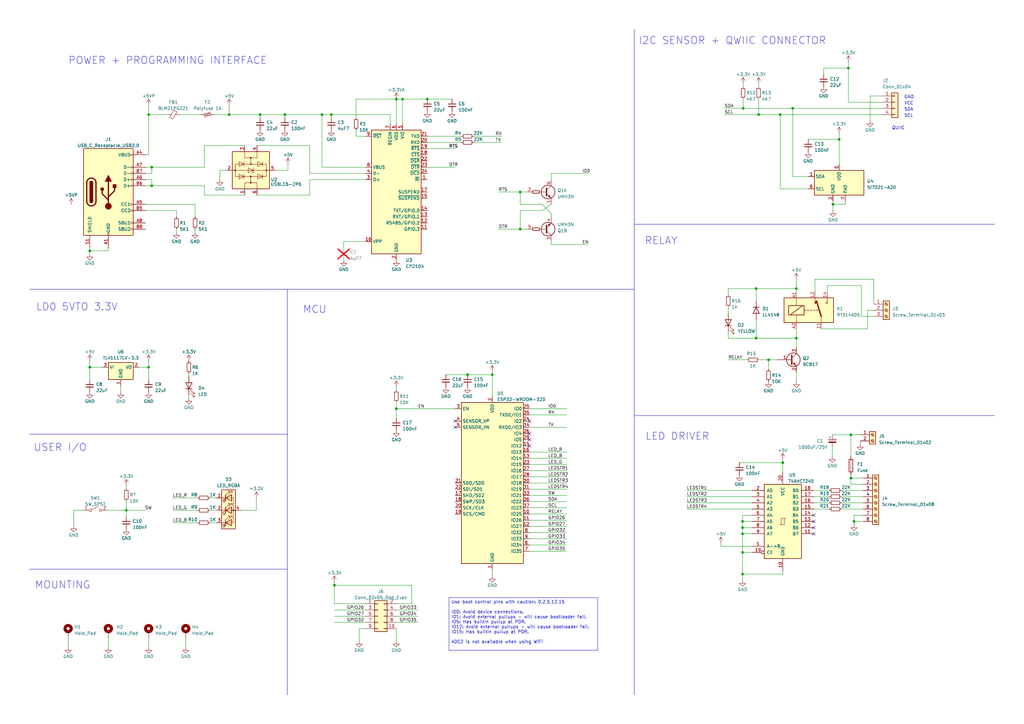
<source format=kicad_sch>
(kicad_sch (version 20230121) (generator eeschema)
  (paper "A3")
  (title_block (title "iot-thing board") (date "2024-11-10") (rev "1.0") (company "made by Firoz"))
  (lib_symbols
    (symbol "74xx:74HC245" (pin_names (offset 1.016))
      (property "Reference" "U" (at -7.62 16.51 0))
      (property "Value" "74HC245" (at -7.62 -16.51 0))
      (symbol "74HC245_1_0"
        (pin input line (at -12.7 -10.16 0) (length 5.08) (name "A->B") (number "1"))
        (pin power_in line (at 0 -20.32 90) (length 5.08) (name "GND") (number "10"))
        (pin tri_state line (at 12.7 -5.08 180) (length 5.08) (name "B7") (number "11"))
        (pin tri_state line (at 12.7 -2.54 180) (length 5.08) (name "B6") (number "12"))
        (pin tri_state line (at 12.7 0 180) (length 5.08) (name "B5") (number "13"))
        (pin tri_state line (at 12.7 2.54 180) (length 5.08) (name "B4") (number "14"))
        (pin tri_state line (at 12.7 5.08 180) (length 5.08) (name "B3") (number "15"))
        (pin tri_state line (at 12.7 7.62 180) (length 5.08) (name "B2") (number "16"))
        (pin tri_state line (at 12.7 10.16 180) (length 5.08) (name "B1") (number "17"))
        (pin tri_state line (at 12.7 12.7 180) (length 5.08) (name "B0") (number "18"))
        (pin input inverted (at -12.7 -12.7 0) (length 5.08) (name "CE") (number "19"))
        (pin tri_state line (at -12.7 12.7 0) (length 5.08) (name "A0") (number "2"))
        (pin power_in line (at 0 20.32 270) (length 5.08) (name "VCC") (number "20"))
        (pin tri_state line (at -12.7 10.16 0) (length 5.08) (name "A1") (number "3"))
        (pin tri_state line (at -12.7 7.62 0) (length 5.08) (name "A2") (number "4"))
        (pin tri_state line (at -12.7 5.08 0) (length 5.08) (name "A3") (number "5"))
        (pin tri_state line (at -12.7 2.54 0) (length 5.08) (name "A4") (number "6"))
        (pin tri_state line (at -12.7 0 0) (length 5.08) (name "A5") (number "7"))
        (pin tri_state line (at -12.7 -2.54 0) (length 5.08) (name "A6") (number "8"))
        (pin tri_state line (at -12.7 -5.08 0) (length 5.08) (name "A7") (number "9"))
      )
    )
    (symbol "Connector:Screw_Terminal_01x02" (pin_names (offset 1.016) hide)
      (property "Reference" "J" (at 0 2.54 0))
      (property "Value" "Screw_Terminal_01x02" (at 0 -5.08 0))
      (symbol "Screw_Terminal_01x02_1_1"
        (pin passive line (at -5.08 0 0) (length 3.81) (name "Pin_1") (number "1"))
        (pin passive line (at -5.08 -2.54 0) (length 3.81) (name "Pin_2") (number "2"))
      )
    )
    (symbol "Connector:Screw_Terminal_01x03" (pin_names (offset 1.016) hide)
      (property "Reference" "J" (at 0 5.08 0))
      (property "Value" "Screw_Terminal_01x03" (at 0 -5.08 0))
      (symbol "Screw_Terminal_01x03_1_1"
        (pin passive line (at -5.08 2.54 0) (length 3.81) (name "Pin_1") (number "1"))
        (pin passive line (at -5.08 0 0) (length 3.81) (name "Pin_2") (number "2"))
        (pin passive line (at -5.08 -2.54 0) (length 3.81) (name "Pin_3") (number "3"))
      )
    )
    (symbol "Connector:Screw_Terminal_01x08" (pin_names (offset 1.016) hide)
      (property "Reference" "J" (at 0 10.16 0))
      (property "Value" "Screw_Terminal_01x08" (at 0 -12.7 0))
      (symbol "Screw_Terminal_01x08_1_1"
        (pin passive line (at -5.08 7.62 0) (length 3.81) (name "Pin_1") (number "1"))
        (pin passive line (at -5.08 5.08 0) (length 3.81) (name "Pin_2") (number "2"))
        (pin passive line (at -5.08 2.54 0) (length 3.81) (name "Pin_3") (number "3"))
        (pin passive line (at -5.08 0 0) (length 3.81) (name "Pin_4") (number "4"))
        (pin passive line (at -5.08 -2.54 0) (length 3.81) (name "Pin_5") (number "5"))
        (pin passive line (at -5.08 -5.08 0) (length 3.81) (name "Pin_6") (number "6"))
        (pin passive line (at -5.08 -7.62 0) (length 3.81) (name "Pin_7") (number "7"))
        (pin passive line (at -5.08 -10.16 0) (length 3.81) (name "Pin_8") (number "8"))
      )
    )
    (symbol "Connector:USB_C_Receptacle_USB2.0" (pin_names (offset 1.016))
      (property "Reference" "J1" (at 0 21.59 0))
      (property "Value" "USB_C_Receptacle_USB2.0" (at 0 19.05 0))
      (symbol "USB_C_Receptacle_USB2.0_1_1"
        (pin passive line (at 0 -22.86 90) (length 5.08) (name "GND") (number "A1"))
        (pin passive line (at 0 -22.86 90) (length 5.08) hide (name "GND") (number "A12"))
        (pin passive line (at 15.24 15.24 180) (length 5.08) (name "VBUS") (number "A4"))
        (pin bidirectional line (at 15.24 -5.08 180) (length 5.08) (name "CC1") (number "A5"))
        (pin bidirectional line (at 15.24 5.08 180) (length 5.08) (name "D+") (number "A6"))
        (pin bidirectional line (at 15.24 10.16 180) (length 5.08) (name "D-") (number "A7"))
        (pin bidirectional line (at 15.24 -12.7 180) (length 5.08) (name "SBU1") (number "A8"))
        (pin passive line (at 15.24 15.24 180) (length 5.08) hide (name "VBUS") (number "A9"))
        (pin passive line (at 0 -22.86 90) (length 5.08) hide (name "GND") (number "B1"))
        (pin passive line (at 0 -22.86 90) (length 5.08) hide (name "GND") (number "B12"))
        (pin passive line (at 15.24 15.24 180) (length 5.08) hide (name "VBUS") (number "B4"))
        (pin bidirectional line (at 15.24 -7.62 180) (length 5.08) (name "CC2") (number "B5"))
        (pin bidirectional line (at 15.24 2.54 180) (length 5.08) (name "D+") (number "B6"))
        (pin bidirectional line (at 15.24 7.62 180) (length 5.08) (name "D-") (number "B7"))
        (pin bidirectional line (at 15.24 -15.24 180) (length 5.08) (name "SBU2") (number "B8"))
        (pin passive line (at 15.24 15.24 180) (length 5.08) hide (name "VBUS") (number "B9"))
        (pin passive line (at -7.62 -22.86 90) (length 5.08) (name "SHIELD") (number "S1"))
      )
    )
    (symbol "Connector_Generic:Conn_01x04" (pin_names (offset 1.016) hide)
      (property "Reference" "J" (at 0 5.08 0))
      (property "Value" "Conn_01x04" (at 0 -7.62 0))
      (symbol "Conn_01x04_1_1"
        (pin passive line (at -5.08 2.54 0) (length 3.81) (name "Pin_1") (number "1"))
        (pin passive line (at -5.08 0 0) (length 3.81) (name "Pin_2") (number "2"))
        (pin passive line (at -5.08 -2.54 0) (length 3.81) (name "Pin_3") (number "3"))
        (pin passive line (at -5.08 -5.08 0) (length 3.81) (name "Pin_4") (number "4"))
      )
    )
    (symbol "Connector_Generic:Conn_02x05_Odd_Even" (pin_names (offset 1.016) hide)
      (property "Reference" "J" (at 1.27 7.62 0))
      (property "Value" "Conn_02x05_Odd_Even" (at 1.27 -7.62 0))
      (symbol "Conn_02x05_Odd_Even_1_1"
        (pin passive line (at -5.08 5.08 0) (length 3.81) (name "Pin_1") (number "1"))
        (pin passive line (at 7.62 -5.08 180) (length 3.81) (name "Pin_10") (number "10"))
        (pin passive line (at 7.62 5.08 180) (length 3.81) (name "Pin_2") (number "2"))
        (pin passive line (at -5.08 2.54 0) (length 3.81) (name "Pin_3") (number "3"))
        (pin passive line (at 7.62 2.54 180) (length 3.81) (name "Pin_4") (number "4"))
        (pin passive line (at -5.08 0 0) (length 3.81) (name "Pin_5") (number "5"))
        (pin passive line (at 7.62 0 180) (length 3.81) (name "Pin_6") (number "6"))
        (pin passive line (at -5.08 -2.54 0) (length 3.81) (name "Pin_7") (number "7"))
        (pin passive line (at 7.62 -2.54 180) (length 3.81) (name "Pin_8") (number "8"))
        (pin passive line (at -5.08 -5.08 0) (length 3.81) (name "Pin_9") (number "9"))
      )
    )
    (symbol "Device:C_Polarized_Small" (pin_numbers hide) (pin_names (offset 0.254) hide)
      (property "Reference" "C" (at 0.254 1.778 0))
      (property "Value" "C_Polarized_Small" (at 0.254 -2.032 0))
      (symbol "C_Polarized_Small_1_1"
        (pin passive line (at 0 2.54 270) (length 1.8542) (name "~") (number "1"))
        (pin passive line (at 0 -2.54 90) (length 1.8542) (name "~") (number "2"))
      )
    )
    (symbol "Device:C_Small" (pin_numbers hide) (pin_names (offset 0.254) hide)
      (property "Reference" "C" (at 0.254 1.778 0))
      (property "Value" "C_Small" (at 0.254 -2.032 0))
      (symbol "C_Small_1_1"
        (pin passive line (at 0 2.54 270) (length 2.032) (name "~") (number "1"))
        (pin passive line (at 0 -2.54 90) (length 2.032) (name "~") (number "2"))
      )
    )
    (symbol "Device:FerriteBead_Small" (pin_numbers hide) (pin_names (offset 0))
      (property "Reference" "FB" (at 1.905 1.27 0))
      (property "Value" "FerriteBead_Small" (at 1.905 -1.27 0))
      (symbol "FerriteBead_Small_1_1"
        (pin passive line (at 0 2.54 270) (length 1.27) (name "~") (number "1"))
        (pin passive line (at 0 -2.54 90) (length 1.27) (name "~") (number "2"))
      )
    )
    (symbol "Device:Fuse" (pin_numbers hide) (pin_names (offset 0))
      (property "Reference" "F" (at 2.032 0 90))
      (property "Value" "Fuse" (at -1.905 0 90))
      (symbol "Fuse_1_1"
        (pin passive line (at 0 3.81 270) (length 1.27) (name "~") (number "1"))
        (pin passive line (at 0 -3.81 90) (length 1.27) (name "~") (number "2"))
      )
    )
    (symbol "Device:LED" (pin_numbers hide) (pin_names (offset 1.016) hide)
      (property "Reference" "D" (at 0 2.54 0))
      (property "Value" "LED" (at 0 -2.54 0))
      (symbol "LED_1_1"
        (pin passive line (at -3.81 0 0) (length 2.54) (name "K") (number "1"))
        (pin passive line (at 3.81 0 180) (length 2.54) (name "A") (number "2"))
      )
    )
    (symbol "Device:LED_RGBA" (pin_names (offset 0) hide)
      (property "Reference" "D" (at 0 9.398 0))
      (property "Value" "LED_RGBA" (at 0 -8.89 0))
      (symbol "LED_RGBA_0_0"
        (text "B" (at -1.905 -6.35 0) (effects (font (size 1.27 1.27))))
        (text "G" (at -1.905 -1.27 0) (effects (font (size 1.27 1.27))))
        (text "R" (at -1.905 3.81 0) (effects (font (size 1.27 1.27))))
      )
      (symbol "LED_RGBA_1_1"
        (pin passive line (at -5.08 5.08 0) (length 2.54) (name "RK") (number "1"))
        (pin passive line (at -5.08 0 0) (length 2.54) (name "GK") (number "2"))
        (pin passive line (at -5.08 -5.08 0) (length 2.54) (name "BK") (number "3"))
        (pin passive line (at 5.08 0 180) (length 2.54) (name "A") (number "4"))
      )
    )
    (symbol "Device:Polyfuse_Small" (pin_numbers hide) (pin_names (offset 0))
      (property "Reference" "F" (at -1.905 0 90))
      (property "Value" "Polyfuse_Small" (at 1.905 0 90))
      (symbol "Polyfuse_Small_1_1"
        (pin passive line (at 0 2.54 270) (length 0.635) (name "~") (number "1"))
        (pin passive line (at 0 -2.54 90) (length 0.635) (name "~") (number "2"))
      )
    )
    (symbol "Device:R_Small" (pin_numbers hide) (pin_names (offset 0.254) hide)
      (property "Reference" "R" (at 0.762 0.508 0))
      (property "Value" "R_Small" (at 0.762 -1.016 0))
      (symbol "R_Small_1_1"
        (pin passive line (at 0 2.54 270) (length 0.762) (name "~") (number "1"))
        (pin passive line (at 0 -2.54 90) (length 0.762) (name "~") (number "2"))
      )
    )
    (symbol "Diode:LL4148" (pin_numbers hide) (pin_names hide)
      (property "Reference" "D" (at 0 2.54 0))
      (property "Value" "LL4148" (at 0 -2.54 0))
      (symbol "LL4148_1_1"
        (pin passive line (at -3.81 0 0) (length 2.54) (name "K") (number "1"))
        (pin passive line (at 3.81 0 180) (length 2.54) (name "A") (number "2"))
      )
    )
    (symbol "Interface_USB:CP2104"
      (property "Reference" "U" (at -5.08 28.575 0))
      (property "Value" "CP2104" (at -5.08 26.67 0))
      (symbol "CP2104_1_1"
        (pin input line (at 12.7 5.08 180) (length 2.54) (name "~{RI}") (number "1"))
        (pin no_connect line (at 10.16 -20.32 180) (length 2.54) hide (name "NC") (number "10"))
        (pin bidirectional line (at 12.7 -15.24 180) (length 2.54) (name "GPIO.3") (number "11"))
        (pin bidirectional line (at 12.7 -12.7 180) (length 2.54) (name "RS485/GPIO.2") (number "12"))
        (pin bidirectional line (at 12.7 -10.16 180) (length 2.54) (name "RXT/GPIO.1") (number "13"))
        (pin bidirectional line (at 12.7 -7.62 180) (length 2.54) (name "TXT/GPIO.0") (number "14"))
        (pin output line (at 12.7 -2.54 180) (length 2.54) (name "~{SUSPEND}") (number "15"))
        (pin passive line (at -12.7 -20.32 0) (length 2.54) (name "VPP") (number "16"))
        (pin output line (at 12.7 0 180) (length 2.54) (name "SUSPEND") (number "17"))
        (pin input line (at 12.7 15.24 180) (length 2.54) (name "~{CTS}") (number "18"))
        (pin output line (at 12.7 17.78 180) (length 2.54) (name "~{RTS}") (number "19"))
        (pin power_in line (at 0 -27.94 90) (length 2.54) (name "GND") (number "2"))
        (pin input line (at 12.7 20.32 180) (length 2.54) (name "RXD") (number "20"))
        (pin output line (at 12.7 22.86 180) (length 2.54) (name "TXD") (number "21"))
        (pin input line (at 12.7 12.7 180) (length 2.54) (name "~{DSR}") (number "22"))
        (pin output line (at 12.7 10.16 180) (length 2.54) (name "~{DTR}") (number "23"))
        (pin input line (at 12.7 7.62 180) (length 2.54) (name "~{DCD}") (number "24"))
        (pin passive line (at 0 -27.94 90) (length 2.54) hide (name "GND") (number "25"))
        (pin bidirectional line (at -12.7 5.08 0) (length 2.54) (name "D+") (number "3"))
        (pin bidirectional line (at -12.7 7.62 0) (length 2.54) (name "D-") (number "4"))
        (pin power_in line (at 2.54 27.94 270) (length 2.54) (name "VIO") (number "5"))
        (pin power_in line (at 0 27.94 270) (length 2.54) (name "VDD") (number "6"))
        (pin power_in line (at -2.54 27.94 270) (length 2.54) (name "REGIN") (number "7"))
        (pin input line (at -12.7 10.16 0) (length 2.54) (name "VBUS") (number "8"))
        (pin bidirectional line (at -12.7 22.86 0) (length 2.54) (name "~{RST}") (number "9"))
      )
    )
    (symbol "Mechanical:MountingHole_Pad" (pin_numbers hide) (pin_names (offset 1.016) hide)
      (property "Reference" "H" (at 0 6.35 0))
      (property "Value" "MountingHole_Pad" (at 0 4.445 0))
      (symbol "MountingHole_Pad_1_1"
        (pin input line (at 0 -2.54 90) (length 2.54) (name "1") (number "1"))
      )
    )
    (symbol "Power_Protection:USBLC6-2P6" (pin_names hide)
      (property "Reference" "U" (at 2.54 8.89 0))
      (property "Value" "USBLC6-2P6" (at 2.54 -8.89 0))
      (symbol "USBLC6-2P6_1_1"
        (pin passive line (at -10.16 -2.54 0) (length 2.54) (name "I/O1") (number "1"))
        (pin passive line (at 0 -10.16 90) (length 2.54) (name "GND") (number "2"))
        (pin passive line (at 10.16 -2.54 180) (length 2.54) (name "I/O2") (number "3"))
        (pin passive line (at 10.16 2.54 180) (length 2.54) (name "I/O2") (number "4"))
        (pin passive line (at 0 10.16 270) (length 2.54) (name "VBUS") (number "5"))
        (pin passive line (at -10.16 2.54 0) (length 2.54) (name "I/O1") (number "6"))
      )
    )
    (symbol "RF_Module:ESP32-WROOM-32D"
      (property "Reference" "U" (at -12.7 34.29 0))
      (property "Value" "ESP32-WROOM-32D" (at 1.27 34.29 0))
      (symbol "ESP32-WROOM-32D_1_1"
        (pin power_in line (at 0 -35.56 90) (length 2.54) (name "GND") (number "1"))
        (pin bidirectional line (at 15.24 -12.7 180) (length 2.54) (name "IO25") (number "10"))
        (pin bidirectional line (at 15.24 -15.24 180) (length 2.54) (name "IO26") (number "11"))
        (pin bidirectional line (at 15.24 -17.78 180) (length 2.54) (name "IO27") (number "12"))
        (pin bidirectional line (at 15.24 10.16 180) (length 2.54) (name "IO14") (number "13"))
        (pin bidirectional line (at 15.24 15.24 180) (length 2.54) (name "IO12") (number "14"))
        (pin passive line (at 0 -35.56 90) (length 2.54) hide (name "GND") (number "15"))
        (pin bidirectional line (at 15.24 12.7 180) (length 2.54) (name "IO13") (number "16"))
        (pin bidirectional line (at -15.24 -5.08 0) (length 2.54) (name "SHD/SD2") (number "17"))
        (pin bidirectional line (at -15.24 -7.62 0) (length 2.54) (name "SWP/SD3") (number "18"))
        (pin bidirectional line (at -15.24 -12.7 0) (length 2.54) (name "SCS/CMD") (number "19"))
        (pin power_in line (at 0 35.56 270) (length 2.54) (name "VDD") (number "2"))
        (pin bidirectional line (at -15.24 -10.16 0) (length 2.54) (name "SCK/CLK") (number "20"))
        (pin bidirectional line (at -15.24 0 0) (length 2.54) (name "SDO/SD0") (number "21"))
        (pin bidirectional line (at -15.24 -2.54 0) (length 2.54) (name "SDI/SD1") (number "22"))
        (pin bidirectional line (at 15.24 7.62 180) (length 2.54) (name "IO15") (number "23"))
        (pin bidirectional line (at 15.24 25.4 180) (length 2.54) (name "IO2") (number "24"))
        (pin bidirectional line (at 15.24 30.48 180) (length 2.54) (name "IO0") (number "25"))
        (pin bidirectional line (at 15.24 20.32 180) (length 2.54) (name "IO4") (number "26"))
        (pin bidirectional line (at 15.24 5.08 180) (length 2.54) (name "IO16") (number "27"))
        (pin bidirectional line (at 15.24 2.54 180) (length 2.54) (name "IO17") (number "28"))
        (pin bidirectional line (at 15.24 17.78 180) (length 2.54) (name "IO5") (number "29"))
        (pin input line (at -15.24 30.48 0) (length 2.54) (name "EN") (number "3"))
        (pin bidirectional line (at 15.24 0 180) (length 2.54) (name "IO18") (number "30"))
        (pin bidirectional line (at 15.24 -2.54 180) (length 2.54) (name "IO19") (number "31"))
        (pin no_connect line (at -12.7 -27.94 0) (length 2.54) hide (name "NC") (number "32"))
        (pin bidirectional line (at 15.24 -5.08 180) (length 2.54) (name "IO21") (number "33"))
        (pin bidirectional line (at 15.24 22.86 180) (length 2.54) (name "RXD0/IO3") (number "34"))
        (pin bidirectional line (at 15.24 27.94 180) (length 2.54) (name "TXD0/IO1") (number "35"))
        (pin bidirectional line (at 15.24 -7.62 180) (length 2.54) (name "IO22") (number "36"))
        (pin bidirectional line (at 15.24 -10.16 180) (length 2.54) (name "IO23") (number "37"))
        (pin passive line (at 0 -35.56 90) (length 2.54) hide (name "GND") (number "38"))
        (pin passive line (at 0 -35.56 90) (length 2.54) hide (name "GND") (number "39"))
        (pin input line (at -15.24 25.4 0) (length 2.54) (name "SENSOR_VP") (number "4"))
        (pin input line (at -15.24 22.86 0) (length 2.54) (name "SENSOR_VN") (number "5"))
        (pin input line (at 15.24 -25.4 180) (length 2.54) (name "IO34") (number "6"))
        (pin input line (at 15.24 -27.94 180) (length 2.54) (name "IO35") (number "7"))
        (pin bidirectional line (at 15.24 -20.32 180) (length 2.54) (name "IO32") (number "8"))
        (pin bidirectional line (at 15.24 -22.86 180) (length 2.54) (name "IO33") (number "9"))
      )
    )
    (symbol "Regulator_Linear:LM1117MP-3.3"
      (property "Reference" "U" (at -3.81 3.175 0))
      (property "Value" "LM1117MP-3.3" (at 0 3.175 0))
      (symbol "LM1117MP-3.3_1_1"
        (pin power_in line (at 0 -7.62 90) (length 2.54) (name "GND") (number "1"))
        (pin power_out line (at 7.62 0 180) (length 2.54) (name "VO") (number "2"))
        (pin power_in line (at -7.62 0 0) (length 2.54) (name "VI") (number "3"))
      )
    )
    (symbol "Relay:RT314A05"
      (property "Reference" "K" (at 11.43 3.81 0))
      (property "Value" "RT314A05" (at 11.43 1.27 0))
      (symbol "RT314A05_1_1"
        (pin passive line (at 5.08 -7.62 90) (length 2.54) (name "~") (number "11"))
        (pin passive line (at 2.54 7.62 270) (length 2.54) (name "~") (number "12"))
        (pin passive line (at 7.62 7.62 270) (length 2.54) (name "~") (number "14"))
        (pin passive line (at -5.08 7.62 270) (length 2.54) (name "~") (number "A1"))
        (pin passive line (at -5.08 -7.62 90) (length 2.54) (name "~") (number "A2"))
      )
    )
    (symbol "Sensor_Humidity:Si7021-A20"
      (property "Reference" "U" (at -5.08 7.62 0))
      (property "Value" "Si7021-A20" (at -10.16 10.16 0))
      (symbol "Si7021-A20_1_1"
        (pin bidirectional line (at -12.7 2.54 0) (length 2.54) (name "SDA") (number "1"))
        (pin power_in line (at -2.54 -7.62 90) (length 2.54) (name "GND") (number "2"))
        (pin no_connect line (at 10.16 2.54 180) (length 2.54) hide (name "NC") (number "3"))
        (pin no_connect line (at 10.16 -2.54 180) (length 2.54) hide (name "NC") (number "4"))
        (pin power_in line (at 0 7.62 270) (length 2.54) (name "VDD") (number "5"))
        (pin input line (at -12.7 -2.54 0) (length 2.54) (name "SCL") (number "6"))
        (pin passive line (at 2.54 -7.62 90) (length 2.54) (name "PAD") (number "7"))
      )
    )
    (symbol "Switch:SW_SPST" (pin_names (offset 0) hide)
      (property "Reference" "SW" (at 0 3.175 0))
      (property "Value" "SW_SPST" (at 0 -2.54 0))
      (symbol "SW_SPST_1_1"
        (pin passive line (at -5.08 0 0) (length 2.54) (name "A") (number "1"))
        (pin passive line (at 5.08 0 180) (length 2.54) (name "B") (number "2"))
      )
    )
    (symbol "Transistor_BJT:BC817" (pin_names (offset 0) hide)
      (property "Reference" "Q" (at 5.08 1.905 0))
      (property "Value" "BC817" (at 5.08 0 0))
      (symbol "BC817_1_1"
        (pin input line (at -5.08 0 0) (length 5.715) (name "B") (number "1"))
        (pin passive line (at 2.54 -5.08 90) (length 2.54) (name "E") (number "2"))
        (pin passive line (at 2.54 5.08 270) (length 2.54) (name "C") (number "3"))
      )
    )
    (symbol "Transistor_BJT:UMH3N" (pin_names hide)
      (property "Reference" "Q" (at 7.62 1.27 0))
      (property "Value" "UMH3N" (at 7.62 -1.27 0))
      (symbol "UMH3N_1_1"
        (pin passive line (at 5.08 -5.08 90) (length 2.54) (name "E1") (number "1"))
        (pin input line (at -5.08 0 0) (length 2.54) (name "B1") (number "2"))
        (pin passive line (at 5.08 5.08 270) (length 2.54) (name "C1") (number "6"))
      )
      (symbol "UMH3N_2_1"
        (pin passive line (at 5.08 5.08 270) (length 2.54) (name "C2") (number "3"))
        (pin passive line (at 5.08 -5.08 90) (length 2.54) (name "E2") (number "4"))
        (pin input line (at -5.08 0 0) (length 2.54) (name "B2") (number "5"))
      )
    )
    (symbol "power:+3.3V" (power) (pin_names (offset 0))
      (property "Value" "+3.3V" (at 0 3.556 0))
      (symbol "+3.3V_1_1"
        (pin power_in line (at 0 0 90) (length 0) hide (name "+3.3V") (number "1"))
      )
    )
    (symbol "power:+3.3VA" (power) (pin_names (offset 0))
      (property "Value" "+3.3VA" (at 0 3.556 0))
      (symbol "+3.3VA_1_1"
        (pin power_in line (at 0 0 90) (length 0) hide (name "+3.3VA") (number "1"))
      )
    )
    (symbol "power:+5V" (power) (pin_names (offset 0))
      (property "Value" "+5V" (at 0 3.556 0))
      (symbol "+5V_1_1"
        (pin power_in line (at 0 0 90) (length 0) hide (name "+5V") (number "1"))
      )
    )
    (symbol "power:+5VP" (power) (pin_names (offset 0))
      (property "Value" "+5VP" (at 0 3.556 0))
      (symbol "+5VP_1_1"
        (pin power_in line (at 0 0 90) (length 0) hide (name "+5VP") (number "1"))
      )
    )
    (symbol "power:GND" (power) (pin_names (offset 0))
      (property "Value" "GND" (at 0 -3.81 0))
      (symbol "GND_1_1"
        (pin power_in line (at 0 0 270) (length 0) hide (name "GND") (number "1"))
      )
    )
  )
  (junction (at 348.996 196.088))
  (junction (at 321.056 189.738))
  (junction (at 116.84 46.99))
  (junction (at 341.63 83.82))
  (junction (at 304.546 226.568))
  (junction (at 162.56 167.64))
  (junction (at 137.16 240.03))
  (junction (at 60.96 46.99))
  (junction (at 347.98 27.94))
  (junction (at 191.77 153.67))
  (junction (at 320.04 46.99))
  (junction (at 135.89 46.99))
  (junction (at 162.56 40.64))
  (junction (at 348.996 178.308))
  (junction (at 311.15 46.99))
  (junction (at 326.644 138.684))
  (junction (at 304.546 235.458))
  (junction (at 213.36 93.98))
  (junction (at 304.546 213.868))
  (junction (at 36.83 150.622))
  (junction (at 310.134 118.364))
  (junction (at 60.96 150.622))
  (junction (at 62.23 76.2))
  (junction (at 304.546 216.408))
  (junction (at 132.08 46.99))
  (junction (at 325.12 44.45))
  (junction (at 304.8 44.45))
  (junction (at 310.134 138.684))
  (junction (at 344.17 57.15))
  (junction (at 36.83 102.87))
  (junction (at 93.98 46.99))
  (junction (at 62.23 68.58))
  (junction (at 175.26 40.64))
  (junction (at 51.816 209.296))
  (junction (at 106.68 46.99))
  (junction (at 326.644 118.364))
  (junction (at 213.36 78.74))
  (junction (at 315.214 147.574))
  (junction (at 350.266 213.868))
  (junction (at 201.93 153.67))
  (junction (at 304.546 218.948))
  (junction (at 165.1 40.64))
  (no_connect (at 217.17 180.34))
  (no_connect (at 186.69 175.26))
  (no_connect (at 333.756 218.948))
  (no_connect (at 333.756 213.868))
  (no_connect (at 333.756 211.328))
  (no_connect (at 186.69 172.72))
  (no_connect (at 333.756 216.408))
  (no_connect (at 217.17 182.88))
  (no_connect (at 217.17 172.72))
  (no_connect (at 217.17 177.8))
  (wire (pts (xy 217.17 208.28) (xy 232.41 208.28)))
  (wire (pts (xy 127 73.66) (xy 127 80.01)))
  (wire (pts (xy 194.31 55.88) (xy 205.74 55.88)))
  (wire (pts (xy 168.91 247.65) (xy 168.91 240.03)))
  (wire (pts (xy 59.69 63.5) (xy 60.96 63.5)))
  (wire (pts (xy 62.23 76.2) (xy 59.69 76.2)))
  (wire (pts (xy 325.12 72.39) (xy 331.47 72.39)))
  (wire (pts (xy 86.106 204.216) (xy 88.646 204.216)))
  (wire (pts (xy 100.33 59.69) (xy 83.82 59.69)))
  (wire (pts (xy 350.266 213.868) (xy 354.076 213.868)))
  (wire (pts (xy 135.89 46.99) (xy 135.89 48.26)))
  (wire (pts (xy 298.704 138.684) (xy 310.134 138.684)))
  (wire (pts (xy 346.71 82.55) (xy 346.71 83.82)))
  (wire (pts (xy 201.93 152.4) (xy 201.93 153.67)))
  (wire (pts (xy 34.036 209.296) (xy 30.226 209.296)))
  (wire (pts (xy 106.68 46.99) (xy 93.98 46.99)))
  (wire (pts (xy 72.39 88.9) (xy 72.39 86.36)))
  (wire (pts (xy 217.17 195.58) (xy 232.41 195.58)))
  (wire (pts (xy 304.546 216.408) (xy 308.356 216.408)))
  (wire (pts (xy 217.17 226.06) (xy 232.41 226.06)))
  (wire (pts (xy 217.17 185.42) (xy 232.41 185.42)))
  (wire (pts (xy 80.01 83.82) (xy 80.01 88.9)))
  (wire (pts (xy 352.806 178.308) (xy 348.996 178.308)))
  (wire (pts (xy 213.36 78.74) (xy 213.36 83.82)))
  (wire (pts (xy 213.36 86.36) (xy 222.25 86.36)))
  (wire (pts (xy 217.17 215.9) (xy 232.41 215.9)))
  (wire (pts (xy 226.06 87.503) (xy 222.377 83.82)))
  (wire (pts (xy 350.266 213.868) (xy 350.266 215.138)))
  (wire (pts (xy 311.15 40.64) (xy 311.15 46.99)))
  (wire (pts (xy 303.276 189.738) (xy 321.056 189.738)))
  (wire (pts (xy 137.16 240.03) (xy 137.16 238.76)))
  (wire (pts (xy 83.82 76.2) (xy 62.23 76.2)))
  (wire (pts (xy 298.704 125.984) (xy 298.704 128.524)))
  (wire (pts (xy 298.704 136.144) (xy 298.704 138.684)))
  (wire (pts (xy 226.06 87.503) (xy 226.06 88.9)))
  (wire (pts (xy 320.04 46.99) (xy 361.95 46.99)))
  (wire (pts (xy 217.17 170.18) (xy 232.41 170.18)))
  (wire (pts (xy 334.264 114.554) (xy 358.394 114.554)))
  (wire (pts (xy 70.866 214.376) (xy 81.026 214.376)))
  (wire (pts (xy 217.17 198.12) (xy 232.41 198.12)))
  (wire (pts (xy 165.1 40.64) (xy 165.1 50.8)))
  (wire (pts (xy 36.83 102.87) (xy 36.83 104.14)))
  (wire (pts (xy 331.47 77.47) (xy 320.04 77.47)))
  (wire (pts (xy 132.08 68.58) (xy 132.08 46.99)))
  (wire (pts (xy 345.186 208.788) (xy 354.076 208.788)))
  (wire (pts (xy 93.98 46.99) (xy 93.98 43.18)))
  (wire (pts (xy 149.86 68.58) (xy 132.08 68.58)))
  (wire (pts (xy 59.69 83.82) (xy 80.01 83.82)))
  (wire (pts (xy 80.01 93.98) (xy 80.01 95.25)))
  (wire (pts (xy 72.39 93.98) (xy 72.39 95.25)))
  (polyline (pts (xy 11.938 178.054) (xy 117.856 178.054)))
  (wire (pts (xy 162.56 40.64) (xy 165.1 40.64)))
  (wire (pts (xy 347.98 27.94) (xy 347.98 41.91)))
  (wire (pts (xy 51.816 205.486) (xy 51.816 209.296)))
  (wire (pts (xy 217.17 203.2) (xy 232.41 203.2)))
  (polyline (pts (xy 260.096 11.938) (xy 260.096 284.988)))
  (wire (pts (xy 354.076 211.328) (xy 350.266 211.328)))
  (wire (pts (xy 36.83 150.622) (xy 41.91 150.622)))
  (wire (pts (xy 348.996 178.308) (xy 348.996 187.198)))
  (wire (pts (xy 341.376 178.308) (xy 348.996 178.308)))
  (wire (pts (xy 44.196 209.296) (xy 51.816 209.296)))
  (polyline (pts (xy 12.192 118.618) (xy 260.096 118.618)))
  (wire (pts (xy 321.056 188.468) (xy 321.056 189.738)))
  (wire (pts (xy 217.17 187.96) (xy 232.41 187.96)))
  (wire (pts (xy 86.106 209.296) (xy 88.646 209.296)))
  (wire (pts (xy 116.84 46.99) (xy 116.84 48.26)))
  (wire (pts (xy 310.134 138.684) (xy 326.644 138.684)))
  (wire (pts (xy 83.82 68.58) (xy 62.23 68.58)))
  (wire (pts (xy 217.17 200.66) (xy 232.41 200.66)))
  (wire (pts (xy 347.98 25.4) (xy 347.98 27.94)))
  (wire (pts (xy 162.56 247.65) (xy 168.91 247.65)))
  (wire (pts (xy 204.47 93.98) (xy 213.36 93.98)))
  (wire (pts (xy 217.17 218.44) (xy 232.41 218.44)))
  (wire (pts (xy 337.82 27.94) (xy 347.98 27.94)))
  (wire (pts (xy 87.63 46.99) (xy 93.98 46.99)))
  (wire (pts (xy 60.96 150.622) (xy 60.96 155.702)))
  (wire (pts (xy 297.18 44.45) (xy 304.8 44.45)))
  (wire (pts (xy 333.756 208.788) (xy 340.106 208.788)))
  (wire (pts (xy 320.04 77.47) (xy 320.04 46.99)))
  (wire (pts (xy 137.16 250.19) (xy 149.86 250.19)))
  (wire (pts (xy 304.546 235.458) (xy 304.546 237.998)))
  (wire (pts (xy 213.36 78.74) (xy 215.9 78.74)))
  (wire (pts (xy 162.56 252.73) (xy 171.45 252.73)))
  (wire (pts (xy 76.2 261.62) (xy 76.2 265.43)))
  (wire (pts (xy 36.83 101.6) (xy 36.83 102.87)))
  (wire (pts (xy 51.816 199.136) (xy 51.816 200.406)))
  (wire (pts (xy 304.546 211.328) (xy 304.546 213.868)))
  (wire (pts (xy 70.866 204.216) (xy 81.026 204.216)))
  (wire (pts (xy 162.56 255.27) (xy 171.45 255.27)))
  (wire (pts (xy 201.93 153.67) (xy 201.93 162.56)))
  (wire (pts (xy 146.05 53.34) (xy 146.05 55.88)))
  (wire (pts (xy 348.996 198.628) (xy 348.996 196.088)))
  (wire (pts (xy 226.06 100.33) (xy 241.3 100.33)))
  (wire (pts (xy 60.96 261.62) (xy 60.96 265.43)))
  (polyline (pts (xy 260.096 91.948) (xy 407.924 91.948)))
  (wire (pts (xy 315.214 147.574) (xy 315.214 151.384)))
  (wire (pts (xy 331.47 57.15) (xy 344.17 57.15)))
  (wire (pts (xy 83.82 80.01) (xy 83.82 76.2)))
  (wire (pts (xy 304.546 216.408) (xy 304.546 218.948)))
  (wire (pts (xy 168.91 240.03) (xy 137.16 240.03)))
  (wire (pts (xy 281.686 206.248) (xy 308.356 206.248)))
  (wire (pts (xy 217.17 167.64) (xy 232.41 167.64)))
  (wire (pts (xy 100.33 80.01) (xy 83.82 80.01)))
  (wire (pts (xy 162.56 165.1) (xy 162.56 167.64)))
  (wire (pts (xy 308.356 224.028) (xy 295.656 224.028)))
  (wire (pts (xy 281.686 203.708) (xy 308.356 203.708)))
  (wire (pts (xy 298.704 118.364) (xy 310.134 118.364)))
  (wire (pts (xy 339.344 117.094) (xy 353.314 117.094)))
  (wire (pts (xy 326.644 118.364) (xy 326.644 119.634)))
  (wire (pts (xy 341.63 83.82) (xy 341.63 86.36)))
  (wire (pts (xy 162.56 167.64) (xy 186.69 167.64)))
  (wire (pts (xy 127 80.01) (xy 105.41 80.01)))
  (wire (pts (xy 347.98 41.91) (xy 361.95 41.91)))
  (wire (pts (xy 30.226 209.296) (xy 30.226 215.646)))
  (wire (pts (xy 182.88 153.67) (xy 191.77 153.67)))
  (wire (pts (xy 217.17 210.82) (xy 232.41 210.82)))
  (wire (pts (xy 77.47 163.322) (xy 77.47 162.052)))
  (wire (pts (xy 162.56 250.19) (xy 171.45 250.19)))
  (wire (pts (xy 137.16 252.73) (xy 149.86 252.73)))
  (wire (pts (xy 213.36 86.36) (xy 213.36 93.98)))
  (wire (pts (xy 62.23 68.58) (xy 62.23 71.12)))
  (wire (pts (xy 60.96 46.99) (xy 60.96 43.18)))
  (wire (pts (xy 298.704 120.904) (xy 298.704 118.364)))
  (wire (pts (xy 204.47 78.74) (xy 213.36 78.74)))
  (wire (pts (xy 333.756 203.708) (xy 340.106 203.708)))
  (wire (pts (xy 217.17 205.74) (xy 232.41 205.74)))
  (wire (pts (xy 160.02 46.99) (xy 160.02 50.8)))
  (wire (pts (xy 217.17 175.26) (xy 232.41 175.26)))
  (wire (pts (xy 348.996 194.818) (xy 348.996 196.088)))
  (wire (pts (xy 59.69 68.58) (xy 62.23 68.58)))
  (wire (pts (xy 165.1 40.64) (xy 175.26 40.64)))
  (wire (pts (xy 86.106 214.376) (xy 88.646 214.376)))
  (wire (pts (xy 226.06 71.12) (xy 226.06 73.66)))
  (wire (pts (xy 345.186 201.168) (xy 354.076 201.168)))
  (wire (pts (xy 354.076 198.628) (xy 348.996 198.628)))
  (wire (pts (xy 333.756 201.168) (xy 340.106 201.168)))
  (wire (pts (xy 217.17 190.5) (xy 232.41 190.5)))
  (wire (pts (xy 311.15 34.29) (xy 311.15 35.56)))
  (wire (pts (xy 77.47 153.162) (xy 77.47 154.432)))
  (wire (pts (xy 304.8 40.64) (xy 304.8 44.45)))
  (wire (pts (xy 118.11 69.85) (xy 113.03 69.85)))
  (wire (pts (xy 44.45 102.87) (xy 36.83 102.87)))
  (wire (pts (xy 353.314 129.794) (xy 358.394 129.794)))
  (wire (pts (xy 175.26 58.42) (xy 189.23 58.42)))
  (wire (pts (xy 60.96 150.622) (xy 57.15 150.622)))
  (wire (pts (xy 310.134 123.444) (xy 310.134 118.364)))
  (wire (pts (xy 137.16 255.27) (xy 149.86 255.27)))
  (wire (pts (xy 51.816 209.296) (xy 51.816 211.836)))
  (wire (pts (xy 44.45 101.6) (xy 44.45 102.87)))
  (wire (pts (xy 304.8 34.29) (xy 304.8 35.56)))
  (wire (pts (xy 304.546 226.568) (xy 304.546 235.458)))
  (wire (pts (xy 334.264 119.634) (xy 334.264 114.554)))
  (wire (pts (xy 311.15 46.99) (xy 320.04 46.99)))
  (wire (pts (xy 149.86 71.12) (xy 127 71.12)))
  (wire (pts (xy 304.546 226.568) (xy 308.356 226.568)))
  (wire (pts (xy 51.816 209.296) (xy 59.436 209.296)))
  (wire (pts (xy 321.056 189.738) (xy 321.056 193.548)))
  (wire (pts (xy 70.866 209.296) (xy 81.026 209.296)))
  (wire (pts (xy 325.12 44.45) (xy 361.95 44.45)))
  (wire (pts (xy 311.404 147.574) (xy 315.214 147.574)))
  (wire (pts (xy 146.05 40.64) (xy 162.56 40.64)))
  (wire (pts (xy 326.644 152.654) (xy 326.644 156.464)))
  (wire (pts (xy 326.644 134.874) (xy 326.644 138.684)))
  (wire (pts (xy 116.84 46.99) (xy 106.68 46.99)))
  (wire (pts (xy 295.656 224.028) (xy 295.656 222.758)))
  (wire (pts (xy 321.056 235.458) (xy 321.056 234.188)))
  (wire (pts (xy 341.376 183.388) (xy 341.376 187.198)))
  (wire (pts (xy 191.77 153.67) (xy 201.93 153.67)))
  (wire (pts (xy 194.31 58.42) (xy 205.74 58.42)))
  (polyline (pts (xy 260.096 170.434) (xy 407.924 170.434)))
  (wire (pts (xy 304.546 235.458) (xy 321.056 235.458)))
  (wire (pts (xy 36.83 150.622) (xy 36.83 155.702)))
  (wire (pts (xy 146.05 55.88) (xy 149.86 55.88)))
  (wire (pts (xy 348.996 196.088) (xy 354.076 196.088)))
  (wire (pts (xy 162.56 158.75) (xy 162.56 160.02)))
  (wire (pts (xy 175.26 60.96) (xy 186.69 60.96)))
  (wire (pts (xy 308.356 211.328) (xy 304.546 211.328)))
  (wire (pts (xy 162.56 167.64) (xy 162.56 171.45)))
  (wire (pts (xy 201.93 233.68) (xy 201.93 236.22)))
  (wire (pts (xy 149.86 73.66) (xy 127 73.66)))
  (wire (pts (xy 127 59.69) (xy 105.41 59.69)))
  (wire (pts (xy 132.08 46.99) (xy 135.89 46.99)))
  (wire (pts (xy 297.18 46.99) (xy 311.15 46.99)))
  (wire (pts (xy 213.36 93.98) (xy 215.9 93.98)))
  (wire (pts (xy 226.06 71.12) (xy 241.3 71.12)))
  (wire (pts (xy 304.546 218.948) (xy 308.356 218.948)))
  (wire (pts (xy 72.39 86.36) (xy 59.69 86.36)))
  (wire (pts (xy 345.186 203.708) (xy 354.076 203.708)))
  (wire (pts (xy 281.686 201.168) (xy 308.356 201.168)))
  (wire (pts (xy 175.26 55.88) (xy 189.23 55.88)))
  (wire (pts (xy 137.16 247.65) (xy 137.16 240.03)))
  (wire (pts (xy 217.17 223.52) (xy 232.41 223.52)))
  (wire (pts (xy 213.36 83.82) (xy 222.377 83.82)))
  (wire (pts (xy 352.806 182.118) (xy 352.806 180.848)))
  (wire (pts (xy 44.45 261.62) (xy 44.45 265.43)))
  (wire (pts (xy 353.314 117.094) (xy 353.314 129.794)))
  (wire (pts (xy 326.644 114.554) (xy 326.644 118.364)))
  (wire (pts (xy 36.83 148.082) (xy 36.83 150.622)))
  (wire (pts (xy 358.394 114.554) (xy 358.394 124.714)))
  (wire (pts (xy 344.17 57.15) (xy 344.17 67.31)))
  (wire (pts (xy 162.56 40.64) (xy 162.56 50.8)))
  (wire (pts (xy 341.63 82.55) (xy 341.63 83.82)))
  (wire (pts (xy 226.06 99.06) (xy 226.06 100.33)))
  (wire (pts (xy 60.96 46.99) (xy 68.58 46.99)))
  (wire (pts (xy 350.266 211.328) (xy 350.266 213.868)))
  (wire (pts (xy 217.17 213.36) (xy 232.41 213.36)))
  (wire (pts (xy 90.17 69.85) (xy 90.17 73.66)))
  (wire (pts (xy 147.32 257.81) (xy 147.32 262.89)))
  (wire (pts (xy 337.82 27.94) (xy 337.82 30.48)))
  (wire (pts (xy 105.156 209.296) (xy 105.156 204.216)))
  (wire (pts (xy 175.26 68.58) (xy 186.69 68.58)))
  (wire (pts (xy 344.17 54.61) (xy 344.17 57.15)))
  (wire (pts (xy 127 71.12) (xy 127 59.69)))
  (polyline (pts (xy 117.856 118.618) (xy 117.856 284.988)))
  (wire (pts (xy 62.23 73.66) (xy 62.23 76.2)))
  (wire (pts (xy 304.8 44.45) (xy 325.12 44.45)))
  (wire (pts (xy 132.08 46.99) (xy 116.84 46.99)))
  (wire (pts (xy 333.756 206.248) (xy 340.106 206.248)))
  (wire (pts (xy 217.17 193.04) (xy 232.41 193.04)))
  (wire (pts (xy 175.26 40.64) (xy 185.42 40.64)))
  (wire (pts (xy 346.71 83.82) (xy 341.63 83.82)))
  (wire (pts (xy 49.53 158.242) (xy 49.53 160.782)))
  (wire (pts (xy 149.86 257.81) (xy 147.32 257.81)))
  (wire (pts (xy 304.546 213.868) (xy 308.356 213.868)))
  (wire (pts (xy 73.66 46.99) (xy 82.55 46.99)))
  (wire (pts (xy 345.186 206.248) (xy 354.076 206.248)))
  (wire (pts (xy 310.134 131.064) (xy 310.134 138.684)))
  (wire (pts (xy 336.804 134.874) (xy 355.854 134.874)))
  (wire (pts (xy 98.806 209.296) (xy 105.156 209.296)))
  (wire (pts (xy 310.134 118.364) (xy 326.644 118.364)))
  (wire (pts (xy 319.024 147.574) (xy 315.214 147.574)))
  (wire (pts (xy 62.23 71.12) (xy 59.69 71.12)))
  (wire (pts (xy 27.94 261.62) (xy 27.94 265.43)))
  (wire (pts (xy 135.89 46.99) (xy 160.02 46.99)))
  (wire (pts (xy 118.11 67.31) (xy 118.11 69.85)))
  (polyline (pts (xy 11.938 233.426) (xy 117.856 233.426)))
  (wire (pts (xy 217.17 220.98) (xy 232.41 220.98)))
  (wire (pts (xy 90.17 69.85) (xy 92.71 69.85)))
  (wire (pts (xy 146.05 48.26) (xy 146.05 40.64)))
  (wire (pts (xy 304.546 213.868) (xy 304.546 216.408)))
  (wire (pts (xy 162.56 257.81) (xy 162.56 262.89)))
  (wire (pts (xy 140.97 101.6) (xy 140.97 99.06)))
  (wire (pts (xy 298.704 147.574) (xy 306.324 147.574)))
  (wire (pts (xy 140.97 99.06) (xy 149.86 99.06)))
  (wire (pts (xy 304.546 218.948) (xy 304.546 226.568)))
  (wire (pts (xy 59.69 73.66) (xy 62.23 73.66)))
  (wire (pts (xy 361.95 39.37) (xy 356.87 39.37)))
  (wire (pts (xy 326.644 138.684) (xy 326.644 142.494)))
  (wire (pts (xy 83.82 59.69) (xy 83.82 68.58)))
  (wire (pts (xy 325.12 44.45) (xy 325.12 72.39)))
  (wire (pts (xy 106.68 46.99) (xy 106.68 48.26)))
  (wire (pts (xy 226.06 83.82) (xy 222.25 86.36)))
  (wire (pts (xy 339.344 119.634) (xy 339.344 117.094)))
  (wire (pts (xy 60.96 148.082) (xy 60.96 150.622)))
  (wire (pts (xy 355.854 127.254) (xy 358.394 127.254)))
  (wire (pts (xy 149.86 247.65) (xy 137.16 247.65)))
  (wire (pts (xy 60.96 63.5) (xy 60.96 46.99)))
  (wire (pts (xy 355.854 134.874) (xy 355.854 127.254)))
  (wire (pts (xy 281.686 208.788) (xy 308.356 208.788)))
  (wire (pts (xy 356.87 39.37) (xy 356.87 49.53)))
  (text_box "Use boot control pins with caution: 0,2,5,12,15\n\nIO0: Avoid device connections.\nIO1: Avoid external pullups - will cause bootloader fail.\nIO5: Has builtin pullup at POR.\nIO12: Avoid external pullups - will cause bootloader fail.\nIO15: Has builtin pullup at POR.\n\nADC2 is not available when using WiFi" (at 184.15 245.11 0) (size 60.96 21.59) (effects (font (size 1.27 1.27)) (justify left top)))
  (text "VCC" (at 370.84 43.18 0) (effects (font (size 1.27 1.27)) (justify left bottom)))
  (text "USER I/O\n" (at 13.716 185.42 0) (effects (font (size 3 3)) (justify left bottom)))
  (text "GND\n" (at 370.84 40.64 0) (effects (font (size 1.27 1.27)) (justify left bottom)))
  (text "SDA\n" (at 370.84 45.72 0) (effects (font (size 1.27 1.27)) (justify left bottom)))
  (text "MCU\n" (at 124.206 128.778 0) (effects (font (size 3 3)) (justify left bottom)))
  (text "LED DRIVER" (at 264.668 180.848 0) (effects (font (size 3 3)) (justify left bottom)))
  (text "QUIIC\n" (at 365.76 53.34 0) (effects (font (size 1.27 1.27)) (justify left bottom)))
  (text "SCL\n" (at 370.84 48.26 0) (effects (font (size 1.27 1.27)) (justify left bottom)))
  (text "I2C SENSOR + QWIIC CONNECTOR\n\n" (at 261.874 23.368 0) (effects (font (size 3 3)) (justify left bottom)))
  (text "POWER + PROGRAMMING INTERFACE" (at 27.94 26.67 0) (effects (font (size 3 3)) (justify left bottom)))
  (text "MOUNTING" (at 14.224 241.808 0) (effects (font (size 3 3)) (justify left bottom)))
  (text "LD0 5VTO 3.3V\n" (at 14.732 127.762 0) (effects (font (size 3 3)) (justify left bottom)))
  (text "RELAY" (at 264.414 100.584 0) (effects (font (size 3 3)) (justify left bottom)))
  (label "RTS" (at 204.47 78.74 0))
  (label "LEDSTR3" (at 281.686 206.248 0))
  (label "SDA" (at 224.79 205.74 0))
  (label "LED_R" (at 70.866 204.216 0))
  (label "GPIO26" (at 224.79 213.36 0))
  (label "LED_G" (at 224.79 190.5 0))
  (label "GPIO35" (at 163.83 255.27 0))
  (label "GPIO33" (at 163.83 250.19 0))
  (label "GPIO34" (at 224.79 223.52 0))
  (label "LEDSTR2" (at 224.79 195.58 0))
  (label "LEDSTR3" (at 224.79 198.12 0))
  (label "IO0" (at 224.79 167.64 0))
  (label "LED_B" (at 70.866 214.376 0))
  (label "RTS" (at 184.15 60.96 0))
  (label "LEDSTR4" (at 281.686 208.788 0))
  (label "LED_G" (at 70.866 209.296 0))
  (label "SDA" (at 297.18 44.45 0))
  (label "LEDSTR1" (at 281.686 201.168 0))
  (label "RELAY" (at 298.704 147.574 0))
  (label "TX" (at 203.2 58.42 0))
  (label "IO0" (at 238.76 71.12 0))
  (label "DTR" (at 184.15 68.58 0))
  (label "SW" (at 59.436 209.296 0))
  (label "RTS" (at 184.15 60.96 0))
  (label "SW" (at 224.79 203.2 0))
  (label "SCL" (at 224.79 208.28 0))
  (label "RX" (at 203.2 55.88 0))
  (label "GPIO27" (at 224.79 215.9 0))
  (label "LEDSTR2" (at 281.686 203.708 0))
  (label "DTR" (at 204.47 93.98 0))
  (label "GPIO33" (at 224.79 220.98 0))
  (label "SCL" (at 297.18 46.99 0))
  (label "GPIO32" (at 142.24 255.27 0))
  (label "LED_R" (at 224.79 185.42 0))
  (label "GPIO26" (at 142.24 250.19 0))
  (label "RELAY" (at 224.79 210.82 0))
  (label "RX" (at 224.79 170.18 0))
  (label "EN" (at 171.45 167.64 0))
  (label "TX" (at 224.79 175.26 0))
  (label "LED_B" (at 224.79 187.96 0))
  (label "LEDSTR1" (at 224.79 193.04 0))
  (label "GPIO34" (at 163.83 252.73 0))
  (label "LEDSTR4" (at 224.79 200.66 0))
  (label "GPIO27" (at 142.24 252.73 0))
  (label "GPIO35" (at 224.79 226.06 0))
  (label "GPIO32" (at 224.79 218.44 0))
  (label "EN" (at 238.76 100.33 0))
  (symbol (lib_id "Device:R_Small") (at 311.15 38.1 0) (unit 1)
    (property "Reference" "R13" (at 312.42 38.1 0) (effects (justify left)))
    (property "Value" "4K7" (at 312.42 40.64 0) (effects (justify left)))
    (property "Footprint" "Resistor_SMD:R_0402_1005Metric_Pad0.72x0.64mm_HandSolder" (effects hide))
  )
  (symbol (lib_id "Interface_USB:CP2104") (at 162.56 78.74 0) (unit 1)
    (property "Reference" "U3" (at 166.37 106.68 0) (effects (justify left)))
    (property "Value" "CP2104" (at 166.37 109.22 0) (effects (justify left)))
    (property "Footprint" "Package_DFN_QFN:QFN-24-1EP_4x4mm_P0.5mm_EP2.6x2.6mm" (effects hide))
    (property "Datasheet" "https://www.silabs.com/documents/public/data-sheets/cp2104.pdf" (effects hide))
  )
  (symbol (lib_id "Transistor_BJT:UMH3N") (at 220.98 78.74 0) (unit 1)
    (property "Reference" "Q1" (at 228.6 78.105 0) (effects (justify left)))
    (property "Value" "UMH3N" (at 228.6 80.645 0) (effects (justify left)))
    (property "Footprint" "Package_TO_SOT_SMD:SOT-363_SC-70-6" (effects hide))
    (property "Datasheet" "http://rohmfs.rohm.com/en/products/databook/datasheet/discrete/transistor/digital/emh3t2r-e.pdf" (effects hide))
  )
  (symbol (lib_id "power:GND") (at 60.96 160.782 0) (unit 1)
    (property "Reference" "#PWR018" (effects hide))
    (property "Value" "GND" (at 60.96 164.592 0))
  )
  (symbol (lib_id "Device:C_Small") (at 191.77 156.21 0) (unit 1)
    (property "Reference" "C15" (at 194.31 155.5813 0) (effects (justify left)))
    (property "Value" "100nF" (at 194.31 158.1213 0) (effects (justify left)))
    (property "Footprint" "Capacitor_SMD:C_0402_1005Metric_Pad0.74x0.62mm_HandSolder" (effects hide))
  )
  (symbol (lib_id "Device:C_Small") (at 182.88 156.21 0) (unit 1)
    (property "Reference" "C16" (at 185.42 155.5813 0) (effects (justify left)))
    (property "Value" "22uF" (at 185.42 158.1213 0) (effects (justify left)))
    (property "Footprint" "Capacitor_SMD:C_0805_2012Metric_Pad1.18x1.45mm_HandSolder" (effects hide))
  )
  (symbol (lib_id "power:+3.3VA") (at 162.56 40.64 0) (unit 1)
    (property "Reference" "#PWR014" (effects hide))
    (property "Value" "+3.3VA" (at 162.56 36.83 0))
  )
  (symbol (lib_id "power:+5V") (at 118.11 67.31 0) (unit 1)
    (property "Reference" "#PWR08" (effects hide))
    (property "Value" "+5V" (at 118.11 63.5 0))
  )
  (symbol (lib_id "power:GND") (at 315.214 156.464 0) (unit 1)
    (property "Reference" "#PWR042" (effects hide))
    (property "Value" "GND" (at 315.214 160.274 0))
  )
  (symbol (lib_id "Device:R_Small") (at 298.704 123.444 0) (unit 1)
    (property "Reference" "R16" (at 299.974 123.444 0) (effects (justify left)))
    (property "Value" "1K" (at 299.974 125.984 0) (effects (justify left)))
    (property "Footprint" "Resistor_SMD:R_0402_1005Metric_Pad0.72x0.64mm_HandSolder" (effects hide))
  )
  (symbol (lib_id "power:GND") (at 147.32 262.89 0) (unit 1)
    (property "Reference" "#PWR057" (effects hide))
    (property "Value" "GND" (at 147.32 266.7 0))
  )
  (symbol (lib_id "power:GND") (at 49.53 160.782 0) (unit 1)
    (property "Reference" "#PWR019" (effects hide))
    (property "Value" "GND" (at 49.53 164.592 0))
  )
  (symbol (lib_id "Device:C_Small") (at 135.89 50.8 0) (unit 1)
    (property "Reference" "C3" (at 138.43 50.1713 0) (effects (justify left)))
    (property "Value" "4uF7" (at 138.43 52.7113 0) (effects (justify left)))
    (property "Footprint" "Capacitor_SMD:C_0805_2012Metric_Pad1.18x1.45mm_HandSolder" (effects hide))
  )
  (symbol (lib_id "power:GND") (at 77.47 163.322 0) (unit 1)
    (property "Reference" "#PWR023" (effects hide))
    (property "Value" "GND" (at 77.47 167.132 0))
  )
  (symbol (lib_id "Device:R_Small") (at 304.8 38.1 0) (unit 1)
    (property "Reference" "R12" (at 306.07 38.1 0) (effects (justify left)))
    (property "Value" "4K7" (at 306.07 40.64 0) (effects (justify left)))
    (property "Footprint" "Resistor_SMD:R_0402_1005Metric_Pad0.72x0.64mm_HandSolder" (effects hide))
  )
  (symbol (lib_id "Mechanical:MountingHole_Pad") (at 27.94 259.08 0) (unit 1)
    (property "Reference" "H1" (at 30.48 257.175 0) (effects (justify left)))
    (property "Value" "Hole_Pad" (at 30.48 259.715 0) (effects (justify left)))
    (property "Footprint" "MountingHole:MountingHole_3.2mm_M3_Pad_Via" (effects hide))
  )
  (symbol (lib_id "Switch:SW_SPST") (at 39.116 209.296 0) (unit 1)
    (property "Reference" "SW1" (at 39.116 204.216 0))
    (property "Value" "SW_SPST" (at 39.116 206.756 0))
    (property "Footprint" "Button_Switch_SMD:SW_Push_1P1T_NO_6x6mm_H9.5mm" (effects hide))
  )
  (symbol (lib_id "power:GND") (at 182.88 158.75 0) (unit 1)
    (property "Reference" "#PWR054" (effects hide))
    (property "Value" "GND" (at 182.88 162.56 0))
  )
  (symbol (lib_id "power:+3.3V") (at 347.98 25.4 0) (unit 1)
    (property "Reference" "#PWR035" (effects hide))
    (property "Value" "+3.3V" (at 347.98 21.59 0))
  )
  (symbol (lib_id "Device:R_Small") (at 72.39 91.44 0) (unit 1)
    (property "Reference" "R1" (at 73.66 91.44 0) (effects (justify left)))
    (property "Value" "5K1" (at 73.66 93.98 0) (effects (justify left)))
    (property "Footprint" "Resistor_SMD:R_0402_1005Metric_Pad0.72x0.64mm_HandSolder" (effects hide))
  )
  (symbol (lib_id "power:+3.3V") (at 311.15 34.29 0) (unit 1)
    (property "Reference" "#PWR041" (effects hide))
    (property "Value" "+3.3V" (at 311.15 30.48 0))
  )
  (symbol (lib_id "power:GND") (at 27.94 265.43 0) (unit 1)
    (property "Reference" "#PWR028" (effects hide))
    (property "Value" "GND" (at 27.94 269.24 0))
  )
  (symbol (lib_id "power:GND") (at 191.77 158.75 0) (unit 1)
    (property "Reference" "#PWR053" (effects hide))
    (property "Value" "GND" (at 191.77 162.56 0))
  )
  (symbol (lib_id "Regulator_Linear:LM1117MP-3.3") (at 49.53 150.622 0) (unit 1)
    (property "Reference" "U6" (at 49.53 144.272 0))
    (property "Value" "TLV1117LV-3.3" (at 49.53 146.812 0))
    (property "Footprint" "Package_TO_SOT_SMD:SOT-223-3_TabPin2" (effects hide))
    (property "Datasheet" "http://www.ti.com/lit/ds/symlink/lm1117.pdf" (effects hide))
  )
  (symbol (lib_id "Device:R_Small") (at 342.646 208.788 90) (unit 1)
    (property "Reference" "R21" (at 340.106 207.518 90) (effects (justify left)))
    (property "Value" "22K" (at 348.996 207.518 90) (effects (justify left)))
    (property "Footprint" "Resistor_SMD:R_0402_1005Metric_Pad0.72x0.64mm_HandSolder" (effects hide))
  )
  (symbol (lib_id "Device:R_Small") (at 342.646 203.708 90) (unit 1)
    (property "Reference" "R19" (at 340.106 202.438 90) (effects (justify left)))
    (property "Value" "22K" (at 348.996 202.438 90) (effects (justify left)))
    (property "Footprint" "Resistor_SMD:R_0402_1005Metric_Pad0.72x0.64mm_HandSolder" (effects hide))
  )
  (symbol (lib_id "power:GND") (at 352.806 182.118 0) (unit 1)
    (property "Reference" "#PWR051" (effects hide))
    (property "Value" "GND" (at 352.806 185.928 0))
  )
  (symbol (lib_id "Device:C_Small") (at 303.276 192.278 0) (unit 1)
    (property "Reference" "C14" (at 305.816 191.6493 0) (effects (justify left)))
    (property "Value" "100nF" (at 305.816 194.1893 0) (effects (justify left)))
    (property "Footprint" "Capacitor_SMD:C_0402_1005Metric_Pad0.74x0.62mm_HandSolder" (effects hide))
  )
  (symbol (lib_id "Device:R_Small") (at 146.05 50.8 0) (unit 1)
    (property "Reference" "R3" (at 147.32 50.8 0) (effects (justify left)))
    (property "Value" "10K" (at 147.32 53.34 0) (effects (justify left)))
    (property "Footprint" "Resistor_SMD:R_0402_1005Metric_Pad0.72x0.64mm_HandSolder" (effects hide))
  )
  (symbol (lib_id "power:+5V") (at 295.656 222.758 0) (unit 1)
    (property "Reference" "#PWR048" (effects hide))
    (property "Value" "+5V" (at 295.656 218.948 0))
  )
  (symbol (lib_id "Device:LED") (at 298.704 132.334 90) (unit 1)
    (property "Reference" "D2" (at 302.514 133.2865 90) (effects (justify right)))
    (property "Value" "YELLOW" (at 302.514 135.8265 90) (effects (justify right)))
    (property "Footprint" "LED_SMD:LED_0603_1608Metric_Pad1.05x0.95mm_HandSolder" (effects hide))
  )
  (symbol (lib_id "power:GND") (at 350.266 215.138 0) (unit 1)
    (property "Reference" "#PWR050" (effects hide))
    (property "Value" "GND" (at 350.266 218.948 0))
  )
  (symbol (lib_id "power:+3.3V") (at 201.93 152.4 0) (unit 1)
    (property "Reference" "#PWR034" (effects hide))
    (property "Value" "+3.3V" (at 201.93 148.59 0))
  )
  (symbol (lib_id "Device:FerriteBead_Small") (at 71.12 46.99 90) (unit 1)
    (property "Reference" "FB1" (at 71.0819 41.91 90))
    (property "Value" "BLM21PG221" (at 71.0819 44.45 90))
    (property "Footprint" "Inductor_SMD:L_0603_1608Metric_Pad1.05x0.95mm_HandSolder" (effects hide))
  )
  (symbol (lib_id "Device:C_Small") (at 60.96 158.242 0) (unit 1)
    (property "Reference" "C9" (at 63.5 157.6133 0) (effects (justify left)))
    (property "Value" "22uF" (at 63.5 160.1533 0) (effects (justify left)))
    (property "Footprint" "Capacitor_SMD:C_0805_2012Metric_Pad1.18x1.45mm_HandSolder" (effects hide))
  )
  (symbol (lib_id "power:GND") (at 51.816 216.916 0) (unit 1)
    (property "Reference" "#PWR025" (effects hide))
    (property "Value" "GND" (at 51.816 220.726 0))
  )
  (symbol (lib_id "Connector:Screw_Terminal_01x02") (at 357.886 178.308 0) (unit 1)
    (property "Reference" "J5" (at 360.426 178.943 0) (effects (justify left)))
    (property "Value" "Screw_Terminal_01x02" (at 360.426 181.483 0) (effects (justify left)))
    (property "Footprint" "TerminalBlock_Phoenix:TerminalBlock_Phoenix_MKDS-1,5-2-5.08_1x02_P5.08mm_Horizontal" (effects hide))
  )
  (symbol (lib_id "Device:R_Small") (at 191.77 55.88 90) (unit 1)
    (property "Reference" "R4" (at 189.23 54.61 90) (effects (justify left)))
    (property "Value" "22K" (at 198.12 54.61 90) (effects (justify left)))
    (property "Footprint" "Resistor_SMD:R_0402_1005Metric_Pad0.72x0.64mm_HandSolder" (effects hide))
  )
  (symbol (lib_id "74xx:74HC245") (at 321.056 213.868 0) (unit 1)
    (property "Reference" "U5" (at 323.596 194.818 0) (effects (justify left)))
    (property "Value" "74AHCT245" (at 323.0119 197.358 0) (effects (justify left)))
    (property "Footprint" "Package_DIP:DIP-20_W7.62mm" (effects hide))
    (property "Datasheet" "http://www.ti.com/lit/gpn/sn74HC245" (effects hide))
  )
  (symbol (lib_id "Device:R_Small") (at 191.77 58.42 90) (unit 1)
    (property "Reference" "R5" (at 189.23 57.15 90) (effects (justify left)))
    (property "Value" "22K" (at 198.12 57.15 90) (effects (justify left)))
    (property "Footprint" "Resistor_SMD:R_0402_1005Metric_Pad0.72x0.64mm_HandSolder" (effects hide))
  )
  (symbol (lib_id "power:GND") (at 90.17 73.66 0) (unit 1)
    (property "Reference" "#PWR04" (effects hide))
    (property "Value" "GND" (at 90.17 77.47 0))
  )
  (symbol (lib_id "power:+3.3V") (at 162.56 158.75 0) (unit 1)
    (property "Reference" "#PWR055" (effects hide))
    (property "Value" "+3.3V" (at 162.56 154.94 0))
  )
  (symbol (lib_id "Device:R_Small") (at 83.566 214.376 90) (unit 1)
    (property "Reference" "R10" (at 81.026 213.106 90) (effects (justify left)))
    (property "Value" "1K" (at 88.646 213.106 90) (effects (justify left)))
    (property "Footprint" "Resistor_SMD:R_0402_1005Metric_Pad0.72x0.64mm_HandSolder" (effects hide))
  )
  (symbol (lib_id "power:GND") (at 162.56 262.89 0) (unit 1)
    (property "Reference" "#PWR058" (effects hide))
    (property "Value" "GND" (at 162.56 266.7 0))
  )
  (symbol (lib_id "Device:Polyfuse_Small") (at 85.09 46.99 90) (unit 1)
    (property "Reference" "F2" (at 85.09 41.91 90))
    (property "Value" "Polyfuse 1A" (at 85.09 44.45 90))
    (property "Footprint" "Fuse:Fuse_1206_3216Metric_Pad1.42x1.75mm_HandSolder" (effects hide))
  )
  (symbol (lib_id "RF_Module:ESP32-WROOM-32D") (at 201.93 198.12 0) (unit 1)
    (property "Reference" "U1" (at 203.8859 161.29 0) (effects (justify left)))
    (property "Value" "ESP32-WROOM-32D" (at 203.8859 163.83 0) (effects (justify left)))
    (property "Footprint" "RF_Module:ESP32-WROOM-32D" (effects hide))
    (property "Datasheet" "https://www.espressif.com/sites/default/files/documentation/esp32-wroom-32d_esp32-wroom-32u_datasheet_en.pdf" (effects hide))
  )
  (symbol (lib_id "Device:C_Small") (at 36.83 158.242 0) (unit 1)
    (property "Reference" "C8" (at 39.37 157.6133 0) (effects (justify left)))
    (property "Value" "22uF" (at 39.37 160.1533 0) (effects (justify left)))
    (property "Footprint" "Capacitor_SMD:C_0805_2012Metric_Pad1.18x1.45mm_HandSolder" (effects hide))
  )
  (symbol (lib_id "Device:C_Small") (at 140.97 104.14 0) (unit 1) (in_bom no) (dnp yes)
    (property "Reference" "C7" (at 143.51 103.5113 0) (effects (justify left)))
    (property "Value" "4uF7" (at 143.51 106.0513 0) (effects (justify left)))
    (property "Footprint" "Capacitor_SMD:C_0805_2012Metric_Pad1.18x1.45mm_HandSolder" (effects hide))
  )
  (symbol (lib_id "Transistor_BJT:BC817") (at 324.104 147.574 0) (unit 1)
    (property "Reference" "Q2" (at 329.184 146.939 0) (effects (justify left)))
    (property "Value" "BC817" (at 329.184 149.479 0) (effects (justify left)))
    (property "Footprint" "Package_TO_SOT_SMD:SOT-23" (effects hide))
    (property "Datasheet" "https://www.onsemi.com/pub/Collateral/BC818-D.pdf" (effects hide))
  )
  (symbol (lib_id "power:GND") (at 162.56 106.68 0) (unit 1)
    (property "Reference" "#PWR016" (effects hide))
    (property "Value" "GND" (at 162.56 110.49 0))
  )
  (symbol (lib_id "power:GND") (at 304.546 237.998 0) (unit 1)
    (property "Reference" "#PWR049" (effects hide))
    (property "Value" "GND" (at 304.546 241.808 0))
  )
  (symbol (lib_id "Device:LED_RGBA") (at 93.726 209.296 0) (unit 1)
    (property "Reference" "D3" (at 93.726 196.596 0))
    (property "Value" "LED_RGBA" (at 93.726 199.136 0))
    (property "Footprint" "LED_SMD:LED_RGB_Wuerth-PLCC4_3.2x2.8mm_150141M173100" (effects hide))
  )
  (symbol (lib_id "Device:R_Small") (at 342.646 201.168 90) (unit 1)
    (property "Reference" "R18" (at 340.106 199.898 90) (effects (justify left)))
    (property "Value" "22K" (at 348.996 199.898 90) (effects (justify left)))
    (property "Footprint" "Resistor_SMD:R_0402_1005Metric_Pad0.72x0.64mm_HandSolder" (effects hide))
  )
  (symbol (lib_id "Mechanical:MountingHole_Pad") (at 60.96 259.08 0) (unit 1)
    (property "Reference" "H3" (at 63.6269 257.175 0) (effects (justify left)))
    (property "Value" "Hole_Pad" (at 63.6269 259.715 0) (effects (justify left)))
    (property "Footprint" "MountingHole:MountingHole_3.2mm_M3_Pad_Via" (effects hide))
  )
  (symbol (lib_id "power:+5V") (at 36.83 148.082 0) (unit 1)
    (property "Reference" "#PWR020" (effects hide))
    (property "Value" "+5V" (at 36.83 144.272 0))
  )
  (symbol (lib_id "Sensor_Humidity:Si7021-A20") (at 344.17 74.93 0) (unit 1)
    (property "Reference" "U4" (at 355.6 74.295 0) (effects (justify left)))
    (property "Value" "Si7021-A20" (at 355.6 76.835 0) (effects (justify left)))
    (property "Footprint" "Package_DFN_QFN:DFN-6-1EP_3x3mm_P1mm_EP1.5x2.4mm" (effects hide))
    (property "Datasheet" "https://www.silabs.com/documents/public/data-sheets/Si7021-A20.pdf" (effects hide))
  )
  (symbol (lib_id "power:GND") (at 185.42 45.72 0) (unit 1)
    (property "Reference" "#PWR013" (effects hide))
    (property "Value" "GND" (at 185.42 49.53 0))
  )
  (symbol (lib_id "power:GND") (at 60.96 265.43 0) (unit 1)
    (property "Reference" "#PWR030" (effects hide))
    (property "Value" "GND" (at 60.96 269.24 0))
  )
  (symbol (lib_id "Device:R_Small") (at 83.566 209.296 90) (unit 1)
    (property "Reference" "R9" (at 81.026 208.026 90) (effects (justify left)))
    (property "Value" "1K" (at 88.646 208.026 90) (effects (justify left)))
    (property "Footprint" "Resistor_SMD:R_0402_1005Metric_Pad0.72x0.64mm_HandSolder" (effects hide))
  )
  (symbol (lib_id "power:GND") (at 341.376 187.198 0) (unit 1)
    (property "Reference" "#PWR052" (effects hide))
    (property "Value" "GND" (at 341.376 191.008 0))
  )
  (symbol (lib_id "power:GND") (at 76.2 265.43 0) (unit 1)
    (property "Reference" "#PWR031" (effects hide))
    (property "Value" "GND" (at 76.2 269.24 0))
  )
  (symbol (lib_id "power:GND") (at 44.45 265.43 0) (unit 1)
    (property "Reference" "#PWR029" (effects hide))
    (property "Value" "GND" (at 44.45 269.24 0))
  )
  (symbol (lib_id "power:+3.3V") (at 105.156 204.216 0) (unit 1)
    (property "Reference" "#PWR027" (effects hide))
    (property "Value" "+3.3V" (at 105.156 200.406 0))
  )
  (symbol (lib_id "power:GND") (at 72.39 95.25 0) (unit 1)
    (property "Reference" "#PWR02" (effects hide))
    (property "Value" "GND" (at 72.39 99.06 0))
  )
  (symbol (lib_id "power:GND") (at 341.63 86.36 0) (unit 1)
    (property "Reference" "#PWR039" (effects hide))
    (property "Value" "GND" (at 341.63 90.17 0))
  )
  (symbol (lib_id "Device:R_Small") (at 77.47 150.622 0) (unit 1)
    (property "Reference" "R6" (at 78.74 150.622 0) (effects (justify left)))
    (property "Value" "1K" (at 78.74 153.162 0) (effects (justify left)))
    (property "Footprint" "Resistor_SMD:R_0402_1005Metric_Pad0.72x0.64mm_HandSolder" (effects hide))
  )
  (symbol (lib_id "power:GND") (at 135.89 53.34 0) (unit 1)
    (property "Reference" "#PWR011" (effects hide))
    (property "Value" "GND" (at 135.89 57.15 0))
  )
  (symbol (lib_id "Connector_Generic:Conn_01x04") (at 367.03 41.91 0) (unit 1)
    (property "Reference" "J2" (at 361.95 33.02 0) (effects (justify left)))
    (property "Value" "Conn_01x04" (at 361.95 35.56 0) (effects (justify left)))
    (property "Footprint" "Connector_JST:JST_SH_SM04B-SRSS-TB_1x04-1MP_P1.00mm_Horizontal" (effects hide))
  )
  (symbol (lib_id "Connector:Screw_Terminal_01x03") (at 363.474 127.254 0) (unit 1)
    (property "Reference" "J3" (at 366.014 126.619 0) (effects (justify left)))
    (property "Value" "Screw_Terminal_01x03" (at 366.014 129.159 0) (effects (justify left)))
    (property "Footprint" "TerminalBlock_Phoenix:TerminalBlock_Phoenix_MKDS-3-3-5.08_1x03_P5.08mm_Horizontal" (effects hide))
  )
  (symbol (lib_id "Device:C_Small") (at 51.816 214.376 0) (unit 1)
    (property "Reference" "C10" (at 54.356 213.7473 0) (effects (justify left)))
    (property "Value" "100nF" (at 54.356 216.2873 0) (effects (justify left)))
    (property "Footprint" "Capacitor_SMD:C_0402_1005Metric_Pad0.74x0.62mm_HandSolder" (effects hide))
  )
  (symbol (lib_id "Device:R_Small") (at 162.56 162.56 0) (unit 1)
    (property "Reference" "R11" (at 163.83 162.56 0) (effects (justify left)))
    (property "Value" "10K" (at 163.83 165.1 0) (effects (justify left)))
    (property "Footprint" "Resistor_SMD:R_0402_1005Metric_Pad0.72x0.64mm_HandSolder" (effects hide))
  )
  (symbol (lib_id "power:GND") (at 116.84 53.34 0) (unit 1)
    (property "Reference" "#PWR010" (effects hide))
    (property "Value" "GND" (at 116.84 57.15 0))
  )
  (symbol (lib_id "Device:LED") (at 77.47 158.242 90) (unit 1)
    (property "Reference" "D4" (at 81.28 159.1945 90) (effects (justify right)))
    (property "Value" "LED" (at 81.28 161.7345 90) (effects (justify right)))
    (property "Footprint" "LED_SMD:LED_0603_1608Metric_Pad1.05x0.95mm_HandSolder" (effects hide))
  )
  (symbol (lib_id "Connector:USB_C_Receptacle_USB2.0") (at 44.45 78.74 0) (unit 1)
    (property "Reference" "J1" (at 44.45 57.15 0))
    (property "Value" "USB_C_Receptacle_USB2.0" (at 44.45 59.69 0))
    (property "Footprint" "Connector_USB:USB_C_Receptacle_HRO_TYPE-C-31-M-12" (effects hide))
    (property "Datasheet" "https://www.usb.org/sites/default/files/documents/usb_type-c.zip" (effects hide))
  )
  (symbol (lib_id "power:GND") (at 140.97 106.68 0) (unit 1)
    (property "Reference" "#PWR015" (effects hide))
    (property "Value" "GND" (at 140.97 110.49 0))
  )
  (symbol (lib_id "power:+3.3V") (at 77.47 148.082 0) (unit 1)
    (property "Reference" "#PWR022" (effects hide))
    (property "Value" "+3.3V" (at 77.47 144.272 0))
  )
  (symbol (lib_id "Device:Fuse") (at 348.996 191.008 0) (unit 1)
    (property "Reference" "F1" (at 351.536 190.373 0) (effects (justify left)))
    (property "Value" "Fuse" (at 351.536 192.913 0) (effects (justify left)))
    (property "Footprint" "footprints from others:FUSE_696105003002" (effects hide))
  )
  (symbol (lib_id "power:GND") (at 303.276 194.818 0) (unit 1)
    (property "Reference" "#PWR047" (effects hide))
    (property "Value" "GND" (at 303.276 198.628 0))
  )
  (symbol (lib_id "Connector:Screw_Terminal_01x08") (at 359.156 203.708 0) (unit 1)
    (property "Reference" "J4" (at 361.696 204.343 0) (effects (justify left)))
    (property "Value" "Screw_Terminal_01x08" (at 361.696 206.883 0) (effects (justify left)))
    (property "Footprint" "TerminalBlock_Phoenix:TerminalBlock_Phoenix_MKDS-1,5-8_1x08_P5.00mm_Horizontal" (effects hide))
  )
  (symbol (lib_id "Device:C_Small") (at 185.42 43.18 0) (unit 1)
    (property "Reference" "C6" (at 187.96 42.5513 0) (effects (justify left)))
    (property "Value" "100nF" (at 187.96 45.0913 0) (effects (justify left)))
    (property "Footprint" "Capacitor_SMD:C_0402_1005Metric_Pad0.74x0.62mm_HandSolder" (effects hide))
  )
  (symbol (lib_id "Device:C_Small") (at 337.82 33.02 0) (unit 1)
    (property "Reference" "C12" (at 340.36 32.3913 0) (effects (justify left)))
    (property "Value" "22uF" (at 340.36 34.9313 0) (effects (justify left)))
    (property "Footprint" "Capacitor_SMD:C_0805_2012Metric_Pad1.18x1.45mm_HandSolder" (effects hide))
  )
  (symbol (lib_id "power:+5V") (at 93.98 43.18 0) (unit 1)
    (property "Reference" "#PWR07" (effects hide))
    (property "Value" "+5V" (at 93.98 39.37 0))
  )
  (symbol (lib_id "power:+3.3V") (at 344.17 54.61 0) (unit 1)
    (property "Reference" "#PWR037" (effects hide))
    (property "Value" "+3.3V" (at 344.17 50.8 0))
  )
  (symbol (lib_id "power:+3.3V") (at 137.16 238.76 0) (unit 1)
    (property "Reference" "#PWR046" (effects hide))
    (property "Value" "+3.3V" (at 137.16 234.95 0))
  )
  (symbol (lib_id "Diode:LL4148") (at 310.134 127.254 270) (unit 1)
    (property "Reference" "D1" (at 312.674 126.619 90) (effects (justify left)))
    (property "Value" "LL4148" (at 312.674 129.159 90) (effects (justify left)))
    (property "Footprint" "Diode_SMD:D_MiniMELF" (effects hide))
    (property "Datasheet" "http://www.vishay.com/docs/85557/ll4148.pdf" (effects hide))
    (property "Sim.Device" "D" (effects hide))
    (property "Sim.Pins" "1=K 2=A" (effects hide))
  )
  (symbol (lib_id "power:+5V") (at 326.644 114.554 0) (unit 1)
    (property "Reference" "#PWR043" (effects hide))
    (property "Value" "+5V" (at 326.644 110.744 0))
  )
  (symbol (lib_id "power:GND") (at 106.68 53.34 0) (unit 1)
    (property "Reference" "#PWR09" (effects hide))
    (property "Value" "GND" (at 106.68 57.15 0))
  )
  (symbol (lib_id "Device:C_Small") (at 116.84 50.8 0) (unit 1)
    (property "Reference" "C2" (at 119.38 50.1713 0) (effects (justify left)))
    (property "Value" "100nF" (at 119.38 52.7113 0) (effects (justify left)))
    (property "Footprint" "Capacitor_SMD:C_0402_1005Metric_Pad0.74x0.62mm_HandSolder" (effects hide))
  )
  (symbol (lib_id "Device:R_Small") (at 315.214 153.924 0) (unit 1)
    (property "Reference" "R14" (at 316.484 153.924 0) (effects (justify left)))
    (property "Value" "10K" (at 316.484 156.464 0) (effects (justify left)))
    (property "Footprint" "Resistor_SMD:R_0402_1005Metric_Pad0.72x0.64mm_HandSolder" (effects hide))
  )
  (symbol (lib_id "power:GND") (at 80.01 95.25 0) (unit 1)
    (property "Reference" "#PWR03" (effects hide))
    (property "Value" "GND" (at 80.01 99.06 0))
  )
  (symbol (lib_id "power:+5VP") (at 29.21 83.82 0) (unit 1)
    (property "Reference" "#PWR05" (effects hide))
    (property "Value" "+5VP" (at 29.21 80.01 0))
  )
  (symbol (lib_id "power:GND") (at 36.83 160.782 0) (unit 1)
    (property "Reference" "#PWR017" (effects hide))
    (property "Value" "GND" (at 36.83 164.592 0))
  )
  (symbol (lib_id "Device:C_Small") (at 175.26 43.18 0) (unit 1)
    (property "Reference" "C5" (at 177.8 42.5513 0) (effects (justify left)))
    (property "Value" "22uF" (at 177.8 45.0913 0) (effects (justify left)))
    (property "Footprint" "Capacitor_SMD:C_0805_2012Metric_Pad1.18x1.45mm_HandSolder" (effects hide))
  )
  (symbol (lib_id "Device:R_Small") (at 80.01 91.44 0) (unit 1)
    (property "Reference" "R2" (at 81.28 91.44 0) (effects (justify left)))
    (property "Value" "5K1" (at 81.28 93.98 0) (effects (justify left)))
    (property "Footprint" "Resistor_SMD:R_0402_1005Metric_Pad0.72x0.64mm_HandSolder" (effects hide))
  )
  (symbol (lib_id "Mechanical:MountingHole_Pad") (at 76.2 259.08 0) (unit 1)
    (property "Reference" "H4" (at 78.74 257.175 0) (effects (justify left)))
    (property "Value" "Hole_Pad" (at 78.74 259.715 0) (effects (justify left)))
    (property "Footprint" "MountingHole:MountingHole_3.2mm_M3_Pad_Via" (effects hide))
  )
  (symbol (lib_id "power:GND") (at 356.87 49.53 0) (unit 1)
    (property "Reference" "#PWR032" (effects hide))
    (property "Value" "GND" (at 356.87 53.34 0))
  )
  (symbol (lib_id "power:GND") (at 30.226 215.646 0) (unit 1)
    (property "Reference" "#PWR024" (effects hide))
    (property "Value" "GND" (at 30.226 219.456 0))
  )
  (symbol (lib_id "Device:C_Small") (at 162.56 173.99 0) (unit 1)
    (property "Reference" "C17" (at 165.1 173.3613 0) (effects (justify left)))
    (property "Value" "100nF" (at 165.1 175.9013 0) (effects (justify left)))
    (property "Footprint" "Capacitor_SMD:C_0402_1005Metric_Pad0.74x0.62mm_HandSolder" (effects hide))
  )
  (symbol (lib_id "power:GND") (at 337.82 35.56 0) (unit 1)
    (property "Reference" "#PWR036" (effects hide))
    (property "Value" "GND" (at 337.82 39.37 0))
  )
  (symbol (lib_id "power:GND") (at 201.93 236.22 0) (unit 1)
    (property "Reference" "#PWR045" (effects hide))
    (property "Value" "GND" (at 201.93 240.03 0))
  )
  (symbol (lib_id "Transistor_BJT:UMH3N") (at 220.98 93.98 0) (mirror x) (unit 2)
    (property "Reference" "Q1" (at 228.6 94.615 0) (effects (justify left)))
    (property "Value" "UMH3N" (at 228.6 92.075 0) (effects (justify left)))
    (property "Footprint" "Package_TO_SOT_SMD:SOT-363_SC-70-6" (effects hide))
    (property "Datasheet" "http://rohmfs.rohm.com/en/products/databook/datasheet/discrete/transistor/digital/emh3t2r-e.pdf" (effects hide))
  )
  (symbol (lib_id "Relay:RT314A05") (at 331.724 127.254 0) (unit 1)
    (property "Reference" "K1" (at 343.154 126.619 0) (effects (justify left)))
    (property "Value" "RT314A05" (at 343.154 129.159 0) (effects (justify left)))
    (property "Footprint" "Relay_THT:Relay_SPDT_Schrack-RT1-16A-FormC_RM5mm" (effects hide))
    (property "Datasheet" "https://www.te.com/commerce/DocumentDelivery/DDEController?Action=srchrtrv&DocNm=RT1_bistable&DocType=DS&DocLang=English" (effects hide))
  )
  (symbol (lib_id "Device:R_Small") (at 51.816 202.946 0) (unit 1)
    (property "Reference" "R7" (at 53.086 202.946 0) (effects (justify left)))
    (property "Value" "10K" (at 53.086 205.486 0) (effects (justify left)))
    (property "Footprint" "Resistor_SMD:R_0402_1005Metric_Pad0.72x0.64mm_HandSolder" (effects hide))
  )
  (symbol (lib_id "power:GND") (at 326.644 156.464 0) (unit 1)
    (property "Reference" "#PWR033" (effects hide))
    (property "Value" "GND" (at 326.644 160.274 0))
  )
  (symbol (lib_id "power:+3.3V") (at 60.96 148.082 0) (unit 1)
    (property "Reference" "#PWR021" (effects hide))
    (property "Value" "+3.3V" (at 60.96 144.272 0))
  )
  (symbol (lib_id "power:+3.3V") (at 51.816 199.136 0) (unit 1)
    (property "Reference" "#PWR026" (effects hide))
    (property "Value" "+3.3V" (at 51.816 195.326 0))
  )
  (symbol (lib_id "Device:C_Small") (at 106.68 50.8 0) (unit 1)
    (property "Reference" "C4" (at 109.22 50.1713 0) (effects (justify left)))
    (property "Value" "22uF" (at 109.22 52.7113 0) (effects (justify left)))
    (property "Footprint" "Capacitor_SMD:C_0805_2012Metric_Pad1.18x1.45mm_HandSolder" (effects hide))
  )
  (symbol (lib_id "Device:C_Polarized_Small") (at 341.376 180.848 0) (unit 1)
    (property "Reference" "C1" (at 335.026 180.848 0) (effects (justify left)))
    (property "Value" "1000uF/25V" (at 327.406 183.388 0) (effects (justify left)))
    (property "Footprint" "Capacitor_THT:CP_Radial_D10.0mm_P5.00mm" (effects hide))
  )
  (symbol (lib_id "Mechanical:MountingHole_Pad") (at 44.45 259.08 0) (unit 1)
    (property "Reference" "H2" (at 47.7127 257.175 0) (effects (justify left)))
    (property "Value" "Hole_Pad" (at 47.7127 259.715 0) (effects (justify left)))
    (property "Footprint" "MountingHole:MountingHole_3.2mm_M3_Pad_Via" (effects hide))
  )
  (symbol (lib_id "power:GND") (at 36.83 104.14 0) (unit 1)
    (property "Reference" "#PWR01" (effects hide))
    (property "Value" "GND" (at 36.83 107.95 0))
  )
  (symbol (lib_id "Device:R_Small") (at 342.646 206.248 90) (unit 1)
    (property "Reference" "R20" (at 340.106 204.978 90) (effects (justify left)))
    (property "Value" "22K" (at 348.996 204.978 90) (effects (justify left)))
    (property "Footprint" "Resistor_SMD:R_0402_1005Metric_Pad0.72x0.64mm_HandSolder" (effects hide))
  )
  (symbol (lib_id "Connector_Generic:Conn_02x05_Odd_Even") (at 154.94 252.73 0) (unit 1)
    (property "Reference" "J6" (at 156.21 242.57 0))
    (property "Value" "Conn_02x05_Odd_Even" (at 156.21 245.11 0))
    (property "Footprint" "Connector_PinHeader_2.54mm:PinHeader_2x05_P2.54mm_Vertical" (effects hide))
  )
  (symbol (lib_id "power:+5V") (at 321.056 188.468 0) (unit 1)
    (property "Reference" "#PWR044" (effects hide))
    (property "Value" "+5V" (at 321.056 184.658 0))
  )
  (symbol (lib_id "Device:R_Small") (at 83.566 204.216 90) (unit 1)
    (property "Reference" "R8" (at 81.026 202.946 90) (effects (justify left)))
    (property "Value" "1K" (at 88.646 202.946 90) (effects (justify left)))
    (property "Footprint" "Resistor_SMD:R_0402_1005Metric_Pad0.72x0.64mm_HandSolder" (effects hide))
  )
  (symbol (lib_id "Power_Protection:USBLC6-2P6") (at 102.87 69.85 270) (mirror x) (unit 1)
    (property "Reference" "U2" (at 112.395 73.66 90))
    (property "Value" "USBLC6-2P6" (at 117.348 75.565 90))
    (property "Footprint" "Package_TO_SOT_SMD:SOT-666" (effects hide))
    (property "Datasheet" "https://www.st.com/resource/en/datasheet/usblc6-2.pdf" (effects hide))
  )
  (symbol (lib_id "Device:C_Small") (at 331.47 59.69 0) (unit 1)
    (property "Reference" "C13" (at 334.01 59.0613 0) (effects (justify left)))
    (property "Value" "100nF" (at 334.01 61.6013 0) (effects (justify left)))
    (property "Footprint" "Capacitor_SMD:C_0402_1005Metric_Pad0.74x0.62mm_HandSolder" (effects hide))
  )
  (symbol (lib_id "power:GND") (at 162.56 176.53 0) (unit 1)
    (property "Reference" "#PWR056" (effects hide))
    (property "Value" "GND" (at 162.56 180.34 0))
  )
  (symbol (lib_id "Device:R_Small") (at 308.864 147.574 90) (unit 1)
    (property "Reference" "R15" (at 310.134 145.034 90) (effects (justify left)))
    (property "Value" "1K" (at 310.134 150.114 90) (effects (justify left)))
    (property "Footprint" "Resistor_SMD:R_0402_1005Metric_Pad0.72x0.64mm_HandSolder" (effects hide))
  )
  (symbol (lib_id "power:GND") (at 175.26 45.72 0) (unit 1)
    (property "Reference" "#PWR012" (effects hide))
    (property "Value" "GND" (at 175.26 49.53 0))
  )
  (symbol (lib_id "power:+5VP") (at 60.96 43.18 0) (unit 1)
    (property "Reference" "#PWR06" (effects hide))
    (property "Value" "+5VP" (at 60.96 39.37 0))
  )
  (symbol (lib_id "power:GND") (at 331.47 62.23 0) (unit 1)
    (property "Reference" "#PWR038" (effects hide))
    (property "Value" "GND" (at 331.47 66.04 0))
  )
  (symbol (lib_id "power:+3.3V") (at 304.8 34.29 0) (unit 1)
    (property "Reference" "#PWR040" (effects hide))
    (property "Value" "+3.3V" (at 304.8 30.48 0))
  )
)
</source>
